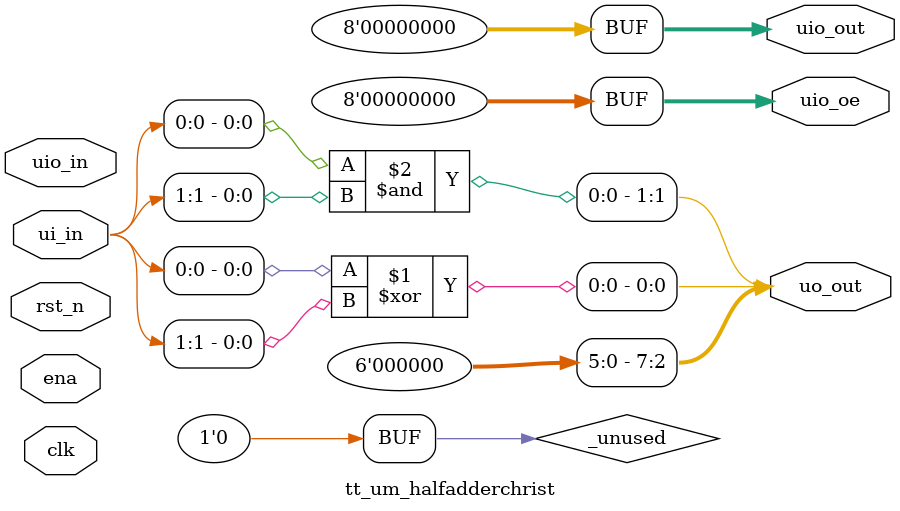
<source format=v>
/*
 * Copyright (c) 2024 Your Name
 * SPDX-License-Identifier: Apache-2.0
 */

`default_nettype none

module tt_um_halfadderchrist (
    input  wire [7:0] ui_in,    // Dedicated inputs
    output wire [7:0] uo_out,   // Dedicated outputs
    input  wire [7:0] uio_in,   // IOs: Input path
    output wire [7:0] uio_out,  // IOs: Output path
    output wire [7:0] uio_oe,   // IOs: Enable path (active high: 0=input, 1=output)
    input  wire       ena,      // always 1 when the design is powered, so you can ignore it
    input  wire       clk,      // clock
    input  wire       rst_n     // reset_n - low to reset
);

  // All output pins must be assigned. If not used, assign to 0.
 //assign uo_out  = ui_in + uio_in;  // Example: ou_out is the sum of ui_in and uio_in
    assign uo_out[0]=ui_in[0]^ui_in[1];
    assign uo_out[1]=ui_in[0]&ui_in[1];
    assign uio_out = 0;
    assign uio_oe  = 0;
    assign uo_out[7:2]=6'b0;

  // List all unused inputs to prevent warnings
  wire _unused = &{ena, clk, rst_n, 1'b0};

endmodule

</source>
